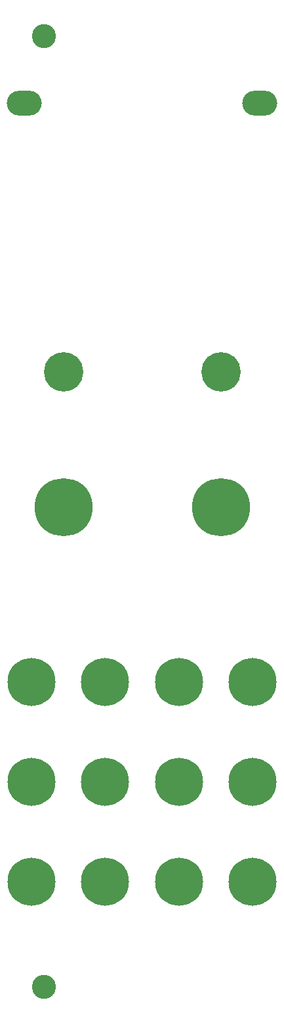
<source format=gbs>
G04 DipTrace 3.1.0.0*
G04 uO_c_panel.GBS*
%MOIN*%
G04 #@! TF.FileFunction,Soldermask,Bot*
G04 #@! TF.Part,Single*
%ADD16C,0.122047*%
%ADD17C,0.244094*%
%ADD18C,0.295*%
%ADD19C,0.2*%
%ADD22O,0.177291X0.12611*%
%FSLAX26Y26*%
G04*
G70*
G90*
G75*
G01*
G04 BotMask*
%LPD*%
D16*
X687307Y512110D3*
D17*
X999807Y1044000D3*
X1374807D3*
X1749807D3*
X624807Y1550249D3*
X999807Y1550251D3*
X1374807D3*
X1749807D3*
X999807Y2056500D3*
X624807D3*
Y1044000D3*
X1749807Y2056500D3*
X1374807D3*
D18*
X787307Y2944000D3*
X1587307D3*
D19*
X787307Y3629630D3*
X1587307D3*
D16*
X687307Y5334945D3*
D22*
X1786307Y4993559D3*
X588307D3*
M02*

</source>
